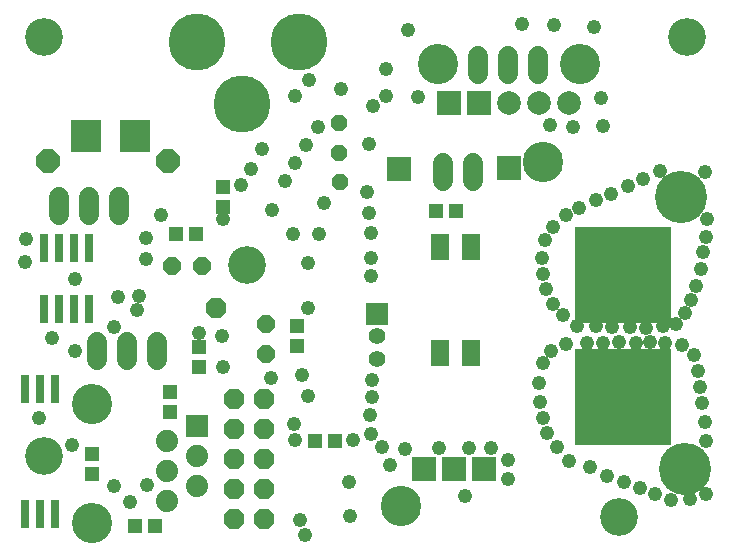
<source format=gbr>
G04 EAGLE Gerber X2 export*
%TF.Part,Single*%
%TF.FileFunction,Soldermask,Bot,1*%
%TF.FilePolarity,Negative*%
%TF.GenerationSoftware,Autodesk,EAGLE,8.6.3*%
%TF.CreationDate,2018-07-14T15:57:14Z*%
G75*
%MOMM*%
%FSLAX34Y34*%
%LPD*%
%AMOC8*
5,1,8,0,0,1.08239X$1,22.5*%
G01*
%ADD10C,3.203200*%
%ADD11C,1.727200*%
%ADD12P,2.144431X8X22.500000*%
%ADD13C,1.703200*%
%ADD14C,1.879600*%
%ADD15R,1.879600X1.879600*%
%ADD16C,3.403200*%
%ADD17R,2.003200X2.003200*%
%ADD18C,1.409600*%
%ADD19C,2.003200*%
%ADD20P,1.594577X8X112.500000*%
%ADD21R,1.203200X1.303200*%
%ADD22P,1.594577X8X22.500000*%
%ADD23R,1.303200X1.203200*%
%ADD24R,2.503200X2.703200*%
%ADD25R,0.803200X2.403200*%
%ADD26P,1.843527X8X22.500000*%
%ADD27R,1.603200X2.203200*%
%ADD28P,1.869504X8X292.500000*%
%ADD29P,1.539592X8X292.500000*%
%ADD30C,3.419200*%
%ADD31C,1.209600*%
%ADD32C,4.819200*%
%ADD33R,8.203200X8.203200*%
%ADD34C,4.419200*%


D10*
X28000Y432000D03*
X572000Y432000D03*
X514600Y25600D03*
X199900Y238300D03*
X28000Y77100D03*
D11*
X40600Y280880D02*
X40600Y296120D01*
X66000Y296120D02*
X66000Y280880D01*
X91400Y280880D02*
X91400Y296120D01*
D12*
X31500Y326600D03*
X133100Y326600D03*
D13*
X72500Y173200D02*
X72500Y158200D01*
X97900Y158200D02*
X97900Y173200D01*
X123300Y173200D02*
X123300Y158200D01*
D14*
X131880Y89910D03*
D15*
X157280Y102150D03*
D14*
X131880Y64430D03*
X157280Y76670D03*
X131880Y38950D03*
X157280Y51190D03*
D16*
X68200Y120690D03*
X68200Y20410D03*
D17*
X349600Y66200D03*
X375000Y66200D03*
X400400Y66200D03*
X421355Y320835D03*
X328645Y320200D03*
D15*
X310100Y197200D03*
D18*
X309500Y178400D03*
X309500Y159400D03*
D17*
X370600Y376100D03*
X396000Y376100D03*
D19*
X421400Y376100D03*
X446800Y376100D03*
X472200Y376100D03*
D16*
X481400Y409100D03*
X361400Y409100D03*
D13*
X446400Y415300D02*
X446400Y400300D01*
X421000Y400300D02*
X421000Y415300D01*
X395600Y415300D02*
X395600Y400300D01*
D20*
X215600Y163300D03*
X215600Y188700D03*
D21*
X242300Y170200D03*
X242300Y187200D03*
D22*
X136700Y237800D03*
X162100Y237800D03*
D23*
X139800Y265000D03*
X156800Y265000D03*
D24*
X105400Y347900D03*
X63400Y347900D03*
D25*
X53750Y201100D03*
X53750Y253100D03*
X66450Y201100D03*
X41050Y201100D03*
X28350Y201100D03*
X66450Y253100D03*
X41050Y253100D03*
X28350Y253100D03*
D23*
X274600Y89400D03*
X257600Y89400D03*
X179900Y304700D03*
X179900Y287700D03*
D25*
X24950Y27700D03*
X24950Y133200D03*
X37650Y27700D03*
X12250Y27700D03*
X37650Y133200D03*
X12250Y133200D03*
D23*
X68400Y78500D03*
X68400Y61500D03*
X159100Y152100D03*
X159100Y169100D03*
D26*
X173300Y202500D03*
D21*
X104600Y17500D03*
X121600Y17500D03*
D23*
X134600Y131200D03*
X134600Y114200D03*
D13*
X366100Y310100D02*
X366100Y325100D01*
X391500Y325100D02*
X391500Y310100D01*
D27*
X363200Y254100D03*
X389200Y254100D03*
X389200Y164100D03*
X363200Y164100D03*
D21*
X359700Y283900D03*
X376700Y283900D03*
D28*
X188900Y125100D03*
X214300Y125100D03*
X188900Y99700D03*
X214300Y99700D03*
X188900Y74300D03*
X214300Y74300D03*
X188900Y48900D03*
X214300Y48900D03*
X188900Y23500D03*
X214300Y23500D03*
D29*
X277900Y359200D03*
X277900Y333800D03*
X278300Y308800D03*
D30*
X450600Y325500D03*
X330600Y34500D03*
D31*
X286600Y54900D03*
X301100Y300300D03*
X303100Y282500D03*
X304600Y265400D03*
X304600Y244800D03*
X305100Y229200D03*
X305600Y140800D03*
X305600Y126700D03*
X304300Y111600D03*
X304600Y95600D03*
X313900Y84300D03*
X333600Y83200D03*
X388000Y84000D03*
X362300Y83400D03*
X321000Y69100D03*
X406600Y83800D03*
X421000Y73500D03*
X420400Y57500D03*
X384200Y43000D03*
X251600Y201800D03*
X251600Y240400D03*
X246300Y145200D03*
X264700Y291000D03*
X220900Y284900D03*
X317900Y404800D03*
X336300Y437400D03*
X493600Y440100D03*
X432600Y442700D03*
X501400Y356400D03*
X475800Y355500D03*
X456100Y356800D03*
X344900Y381100D03*
X317900Y381900D03*
X499700Y380200D03*
D32*
X244000Y427000D03*
D31*
X252300Y395100D03*
X240800Y381700D03*
X279000Y387200D03*
X260200Y355000D03*
X240100Y325200D03*
X249800Y339900D03*
X232000Y309900D03*
X212700Y337000D03*
X203000Y320000D03*
X194800Y306000D03*
X114700Y261400D03*
X114700Y244000D03*
X12500Y260800D03*
X178900Y178100D03*
X11500Y241200D03*
X287200Y25800D03*
X249200Y10000D03*
X240200Y90000D03*
X240000Y104200D03*
X251400Y127700D03*
X220200Y142900D03*
X460000Y442000D03*
X179100Y152000D03*
X86800Y186300D03*
X53800Y165600D03*
X24100Y109300D03*
X238800Y264800D03*
X260400Y264900D03*
X302900Y340900D03*
X306500Y373600D03*
X244300Y22900D03*
X289500Y90000D03*
D33*
X517800Y230100D03*
D31*
X458600Y270800D03*
X452200Y259800D03*
X449400Y244400D03*
X450400Y230700D03*
X452800Y218600D03*
X458600Y205900D03*
X469700Y280500D03*
X481200Y287000D03*
X495200Y293500D03*
X508400Y299000D03*
X522600Y305500D03*
X535100Y311700D03*
X549600Y317800D03*
X587800Y317400D03*
X589600Y277100D03*
X588100Y262400D03*
X586200Y249500D03*
X583800Y234900D03*
X580000Y220700D03*
X575900Y208600D03*
X467200Y196600D03*
X570800Y197700D03*
D34*
X567000Y296300D03*
D31*
X478800Y186500D03*
X494900Y186800D03*
X509000Y186200D03*
X523800Y185900D03*
X537900Y185600D03*
X551900Y186500D03*
X563200Y188900D03*
D33*
X518400Y127000D03*
D31*
X453600Y96100D03*
X450200Y109200D03*
X448200Y122900D03*
X447200Y138700D03*
X450600Y155200D03*
X457400Y166000D03*
X470100Y171700D03*
X462500Y84500D03*
X472700Y72200D03*
X490000Y67300D03*
X504700Y60000D03*
X518900Y54900D03*
X532300Y50000D03*
X545500Y45000D03*
X553700Y172500D03*
X487800Y172400D03*
X588200Y89300D03*
X587200Y106000D03*
X585200Y121500D03*
X583300Y135100D03*
X581300Y148800D03*
X577900Y162700D03*
X568000Y170900D03*
D34*
X570800Y66200D03*
D31*
X588800Y44800D03*
X501500Y172700D03*
X515200Y173000D03*
X528900Y172700D03*
X541100Y173000D03*
X558900Y39500D03*
X574500Y40400D03*
X90500Y211400D03*
X108100Y212200D03*
X106600Y200600D03*
X126900Y281100D03*
D32*
X195200Y375000D03*
X157500Y427400D03*
D31*
X100600Y37900D03*
X159600Y181100D03*
X179400Y277100D03*
X115100Y52600D03*
X87500Y51600D03*
X54600Y226500D03*
X34300Y177000D03*
X51300Y86200D03*
M02*

</source>
